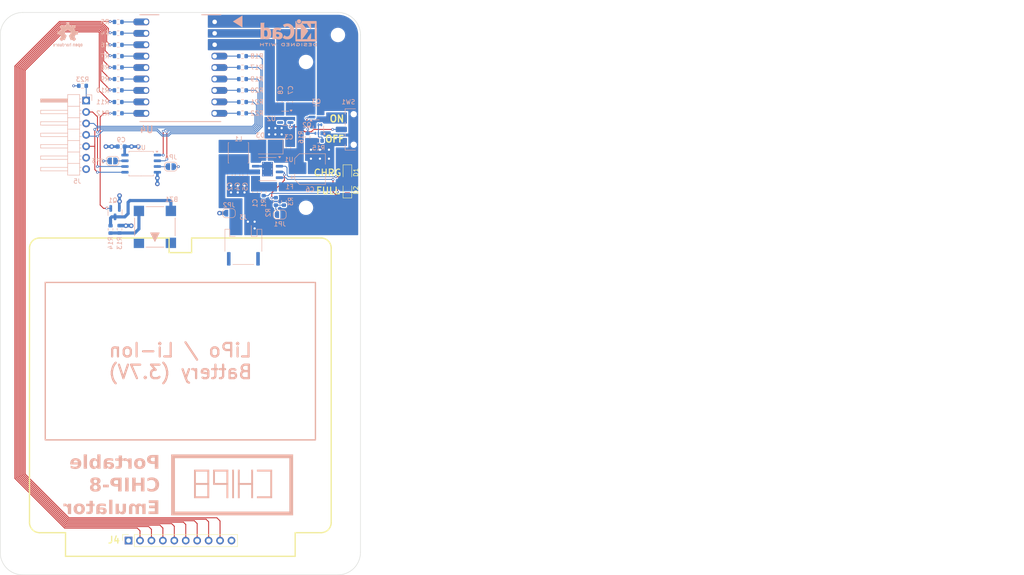
<source format=kicad_pcb>
(kicad_pcb (version 20240108) (generator "pcbnew") (generator_version "8.0")
  (title_block (title "CHIP-8 Portable") (date "2024-06-08") (rev "1"))
  (layers (0 "F.Cu" signal) (1 "In1.Cu" power) (2 "In2.Cu" power) (31 "B.Cu" signal) (34 "B.Paste" user) (35 "F.Paste" user) (36 "B.SilkS" user "B.Silkscreen") (37 "F.SilkS" user "F.Silkscreen") (38 "B.Mask" user) (39 "F.Mask" user) (44 "Edge.Cuts" user))
  (net 0 "")
  (net 1 "Net-(BZ1-+)")
  (net 4 "Net-(BZ1--)")
  (net 5 "Net-(U1-VCC)")
  (net 6 "GND")
  (net 7 "+BATT")
  (net 8 "+5V")
  (net 9 "+3.3V")
  (net 10 "Net-(D1-A)")
  (net 11 "Net-(D1-K)")
  (net 12 "Net-(D2-K)")
  (net 13 "Net-(D3-A)")
  (net 14 "VBUS")
  (net 17 "Net-(J4-R2)")
  (net 18 "Net-(J4-R3)")
  (net 20 "Net-(J4-C1)")
  (net 21 "Net-(J4-C3)")
  (net 22 "Net-(J4-R4)")
  (net 24 "Net-(J4-R1)")
  (net 25 "Net-(J4-C2)")
  (net 26 "Net-(J4-C4)")
  (net 27 "LCD_DC")
  (net 28 "/LCD_RST")
  (net 29 "SCLK")
  (net 30 "LCD_CS")
  (net 31 "MOSI")
  (net 32 "Net-(JP1-B)")
  (net 33 "Net-(JP3-B)")
  (net 34 "Net-(JP4-B)")
  (net 35 "Net-(Q1-B)")
  (net 36 "Net-(Q2A-B1)")
  (net 37 "Net-(Q2B-C2)")
  (net 38 "Net-(U1-PROG)")
  (net 39 "Net-(U4-GP20)")
  (net 40 "Net-(U4-GP21)")
  (net 41 "Net-(U4-GP19)")
  (net 42 "Net-(U4-GP18)")
  (net 43 "Net-(U4-GP10)")
  (net 44 "Net-(U4-GP9)")
  (net 45 "Net-(U4-GP8)")
  (net 46 "Net-(U4-GP7)")
  (net 47 "Net-(U4-GP6)")
  (net 48 "Net-(U4-GP1)")
  (net 49 "Net-(U4-GP0)")
  (net 50 "Net-(U4-GP2)")
  (net 51 "MISO")
  (net 52 "WS25_CS")
  (net 53 "Net-(U4-GP3)")
  (net 54 "Net-(U4-GP4)")
  (net 55 "Net-(U4-GP5)")
  (net 56 "Net-(SW1-B)")
  (footprint "MountingHole:MountingHole_2.7mm_M2.5" (layer "F.Cu") (at 45 50)
    (property "Reference" "H9" (hide yes))
    (property "Value" "~" (hide yes))
  )
  (footprint "MountingHole:MountingHole_2.2mm_M2" (layer "F.Cu") (at 49.3 157.9)
    (property "Reference" "H5" (hide yes))
    (property "Value" "~" (hide yes))
  )
  (footprint "MountingHole:MountingHole_2.7mm_M2.5" (layer "F.Cu") (at 115 165)
    (property "Reference" "H11" (hide yes))
    (property "Value" "~" (hide yes))
  )
  (footprint "MountingHole:MountingHole_2.2mm_M2" (layer "F.Cu") (at 110.7 97.9)
    (property "Reference" "H8" (hide yes))
    (property "Value" "~" (hide yes))
  )
  (footprint "MountingHole:MountingHole_2.2mm_M2" (layer "F.Cu") (at 110.6 157.9)
    (property "Reference" "H6" (hide yes))
    (property "Value" "~" (hide yes))
  )
  (footprint "MountingHole:MountingHole_2.7mm_M2.5" (layer "F.Cu") (at 52.1 56)
    (property "Reference" "H1" (hide yes))
    (property "Value" "~" (hide yes))
  )
  (footprint "chip8-pcb:AZDelivery_Keypad_4x4_Matrix_P2.54mm" (layer "F.Cu") (at 68.5 162.375 90)
    (property "Reference" "J4")
    (property "Value" "Matrix Keypad")
  )
  (footprint "LED_SMD:LED_0805_2012Metric" (layer "F.Cu") (at 117.1 80.5375 -90)
    (property "Reference" "D1")
    (property "Value" "RED")
  )
  (footprint "MountingHole:MountingHole_2.7mm_M2.5" (layer "F.Cu") (at 115 50)
    (property "Reference" "H10" (hide yes))
    (property "Value" "~" (hide yes))
  )
  (footprint "MountingHole:MountingHole_2.7mm_M2.5" (layer "F.Cu") (at 107.9 88.4)
    (property "Reference" "H4" (hide yes))
    (property "Value" "~" (hide yes))
  )
  (footprint "MountingHole:MountingHole_2.7mm_M2.5" (layer "F.Cu") (at 52.1 88.4)
    (property "Reference" "H2" (hide yes))
    (property "Value" "~" (hide yes))
  )
  (footprint "MountingHole:MountingHole_2.7mm_M2.5" (layer "F.Cu") (at 107.9 56)
    (property "Reference" "H3" (hide yes))
    (property "Value" "~" (hide yes))
  )
  (footprint "LED_SMD:LED_0805_2012Metric" (layer "F.Cu") (at 117.1 84.5375 90)
    (property "Reference" "D2")
    (property "Value" "GREEN")
  )
  (footprint "MountingHole:MountingHole_2.7mm_M2.5" (layer "F.Cu") (at 45 165)
    (property "Reference" "H12" (hide yes))
    (property "Value" "~" (hide yes))
  )
  (footprint "MountingHole:MountingHole_2.2mm_M2" (layer "F.Cu") (at 49.3 97.9)
    (property "Reference" "H7" (hide yes))
    (property "Value" "~" (hide yes))
  )
  (footprint "Resistor_SMD:R_0603_1608Metric" (layer "B.Cu") (at 66.2 47.1 180)
    (property "Reference" "R5")
    (property "Value" "22")
  )
  (footprint "Package_SO:SOIC-8_5.23x5.23mm_P1.27mm" (layer "B.Cu") (at 71.3 78.6 180)
    (property "Reference" "U3")
    (property "Value" "W25Q128JVS")
  )
  (footprint "Package_TO_SOT_SMD:SOT-23-5" (layer "B.Cu") (at 103.3 68.5 180)
    (property "Reference" "U2")
    (property "Value" "AP2112K-3.3")
  )
  (footprint "Capacitor_SMD:C_0603_1608Metric" (layer "B.Cu") (at 66.8625 74.8 180)
    (property "Reference" "C9")
    (property "Value" "100n")
  )
  (footprint "Jumper:SolderJumper-2_P1.3mm_Open_RoundedPad1.0x1.5mm" (layer "B.Cu") (at 102.1 89.925 180)
    (property "Reference" "JP1")
    (property "Value" "~" (hide yes))
  )
  (footprint "Resistor_SMD:R_0603_1608Metric" (layer "B.Cu") (at 93.8 57.2 180)
    (property "Reference" "R17")
    (property "Value" "22")
  )
  (footprint "Capacitor_SMD:C_0603_1608Metric" (layer "B.Cu") (at 102.1 64.9 90)
    (property "Reference" "C8")
    (property "Value" "1u")
  )
  (footprint "chip8-pcb:BOOMELE_PH-2P_1x2P_P2.00mm_Horizontal" (layer "B.Cu") (at 94 96.5 180)
    (property "Reference" "J3")
    (property "Value" "Battery")
  )
  (footprint "Resistor_SMD:R_0603_1608Metric" (layer "B.Cu") (at 66.2 52.2 180)
    (property "Reference" "R6")
    (property "Value" "22")
  )
  (footprint "Resistor_SMD:R_0603_1608Metric" (layer "B.Cu") (at 64.5 93.2125 90)
    (property "Reference" "R14")
    (property "Value" "1k")
  )
  (footprint "Capacitor_SMD:C_0603_1608Metric" (layer "B.Cu") (at 104.4 64.9 90)
    (property "Reference" "C7")
    (property "Value" "1u")
  )
  (footprint "Resistor_SMD:R_0603_1608Metric" (layer "B.Cu") (at 66.2 54.7 180)
    (property "Reference" "R7")
    (property "Value" "22")
  )
  (footprint "Capacitor_SMD:C_0603_1608Metric" (layer "B.Cu") (at 104 75 90)
    (property "Reference" "C3")
    (property "Value" "100n")
  )
  (footprint "Package_SO:HTSOP-8-1EP_3.9x4.9mm_P1.27mm_EP2.4x3.2mm_ThermalVias" (layer "B.Cu") (at 99.35 79.805 180)
    (property "Reference" "U1")
    (property "Value" "TP5400")
  )
  (footprint "Jumper:SolderJumper-2_P1.3mm_Open_RoundedPad1.0x1.5mm" (layer "B.Cu") (at 64.95 78)
    (property "Reference" "JP3")
    (property "Value" "~" (hide yes))
  )
  (footprint "Inductor_SMD:L_Sunlord_SWPA4030S" (layer "B.Cu") (at 92.9 76.2 -90)
    (property "Reference" "L1")
    (property "Value" "10u")
  )
  (footprint "Resistor_SMD:R_0603_1608Metric" (layer "B.Cu") (at 58.275 61.3 180)
    (property "Reference" "R23")
    (property "Value" "22")
  )
  (footprint "Resistor_SMD:R_0603_1608Metric" (layer "B.Cu") (at 66.2 67.4 180)
    (property "Reference" "R12")
    (property "Value" "470")
  )
  (footprint "Resistor_SMD:R_0603_1608Metric" (layer "B.Cu") (at 93.8 62.3 180)
    (property "Reference" "R20")
    (property "Value" "22")
  )
  (footprint "Capacitor_SMD:C_0603_1608Metric" (layer "B.Cu") (at 92.7 81.2 -90)
    (property "Reference" "C4")
    (property "Value" "22u")
  )
  (footprint "Resistor_SMD:R_0603_1608Metric" (layer "B.Cu") (at 66.2 49.6 180)
    (property "Reference" "R4")
    (property "Value" "22")
  )
  (footprint "Resistor_SMD:R_0603_1608Metric" (layer "B.Cu") (at 66.5 93.1875 -90)
    (property "Reference" "R13")
    (property "Value" "0")
  )
  (footprint "Resistor_SMD:R_0603_1608Metric" (layer "B.Cu") (at 93.8 54.7 180)
    (property "Reference" "R18")
    (property "Value" "22")
  )
  (footprint "Jumper:SolderJumper-2_P1.3mm_Open_RoundedPad1.0x1.5mm" (layer "B.Cu") (at 90.8 89.6 180)
    (property "Reference" "JP2")
    (property "Value" "~" (hide yes))
  )
  (footprint "Resistor_SMD:R_0603_1608Metric" (layer "B.Cu") (at 103 87 -90)
    (property "Reference" "R3")
    (property "Value" "1.2k")
  )
  (footprint "Symbol:OSHW-Logo2_7.3x6mm_SilkScreen" (layer "B.Cu") (at 55 50 180)
    (property "Reference" "REF**" (hide yes))
    (property "Value" "OSHW-Logo2_7.3x6mm_SilkScreen" (hide yes))
  )
  (footprint "Capacitor_SMD:C_0603_1608Metric" (layer "B.Cu") (at 91 81.2 -90)
    (property "Reference" "C2")
    (property "Value" "100n")
  )
  (footprint "Package_TO_SOT_SMD:SOT-363_SC-70-6" (layer "B.Cu") (at 110.6625 70.9 90)
    (property "Reference" "Q2")
    (property "Value" "BCM857BS")
  )
  (footprint "Connector_PinHeader_2.54mm:PinHeader_1x07_P2.54mm_Horizontal" (layer "B.Cu") (at 59.075 64.58 180)
    (property "Reference" "J5")
    (property "Value" "Display")
  )
  (footprint "Resistor_SMD:R_0603_1608Metric" (layer "B.Cu") (at 108.2625 72.7 -90)
    (property "Reference" "R16")
    (property "Value" "47k")
  )
  (footprint "Package_TO_SOT_SMD:SOT-23" (layer "B.Cu") (at 110.2 67.3)
    (property "Reference" "Q3")
    (property "Value" "CJ2301")
  )
  (footprint "Capacitor_SMD:C_0603_1608Metric" (layer "B.Cu") (at 94.4 81.2 -90)
    (property "Reference" "C5")
    (property "Value" "22u")
  )
  (footprint "Resistor_SMD:R_0603_1608Metric" (layer "B.Cu") (at 93.8 59.8 180)
    (property "Reference" "R19")
    (property "Value" "22")
  )
  (footprint "Package_TO_SOT_SMD:SOT-23" (layer "B.Cu") (at 65.5 89.4875 -90)
    (property "Reference" "Q1")
    (property "Value" "S8050")
  )
  (footprint "Jumper:SolderJumper-2_P1.3mm_Open_RoundedPad1.0x1.5mm" (layer "B.Cu") (at 77.885 79.265 180)
    (property "Reference" "JP4")
    (property "Value" "~" (hide yes))
  )
  (footprint "Capacitor_SMD:CP_Elec_6.3x5.4" (layer "B.Cu") (at 108.8 79.8)
    (property "Reference" "C6")
    (property "Value" "47u")
  )
  (footprint "Resistor_SMD:R_0603_1608Metric" (layer "B.Cu") (at 66.175 62.3 180)
    (property "Reference" "R10")
    (property "Value" "22")
  )
  (footprint "Fuse:Fuse_0603_1608Metric" (layer "B.Cu") (at 101.6 83.7)
    (property "Reference" "F1")
    (property "Value" "1A")
  )
  (footprint "Resistor_SMD:R_0603_1608Metric" (layer "B.Cu") (at 66.2 59.8 180)
    (property "Reference" "R9")
    (property "Value" "22")
  )
  (footprint "Resistor_SMD:R_0603_1608Metric" (layer "B.Cu") (at 110.6625 73.5 180)
    (property "Reference" "R15")
    (property "Value" "10k")
  )
  (footprint "Resistor_SMD:R_0603_1608Metric" (layer "B.Cu") (at 66.2 57.2 180)
    (property "Reference" "R8")
    (property "Value" "22")
  )
  (footprint "Capacitor_SMD:C_0603_1608Metric" (layer "B.Cu") (at 96.6 84.9 -90)
    (property "Reference" "C1")
    (property "Value" "10u")
  )
  (footprint "chip8-pcb:MLT-8540" (layer "B.Cu") (at 74.35 92.65 -90)
    (property "Reference" "BZ1")
    (property "Value" "MLT-8540")
  )
  (footprint "Resistor_SMD:R_0603_1608Metric" (layer "B.Cu") (at 98.5 84.9 -90)
    (property "Reference" "R1")
    (property "Value" "1k")
  )
  (footprint "Button_Switch_SMD:SW_SPDT_CK_JS102011SAQN" (layer "B.Cu") (at 118.5 71 -90)
    (property "Reference" "SW1")
    (property "Value" "SHDN")
  )
  (footprint "Resistor_SMD:R_0603_1608Metric" (layer "B.Cu") (at 66.175 64.9 180)
    (property "Reference" "R11")
    (property "Value" "22")
  )
  (footprint "chip8-pcb:WaveShare_ESP32-C3-ZERO" (layer "B.Cu") (at 80 57.25 180)
    (property "Reference" "U4")
    (property "Value" "ESP32-C3-ZERO")
  )
  (footprint "Resistor_SMD:R_0603_1608Metric" (layer "B.Cu") (at 101.2 87 90)
    (property "Reference" "R2")
    (property "Value" "1.2k")
  )
  (footprint "Symbol:KiCad-Logo2_5mm_SilkScreen" (layer "B.Cu") (at 104 49.5 180)
    (property "Reference" "REF**" (hide yes))
    (property "Value" "KiCad-Logo2_5mm_SilkScreen" (hide yes))
  )
  (footprint "LOGO" (layer "B.Cu") (at 91.5 150 180)
    (property "Reference" "G***" (hide yes))
    (property "Value" "LOGO" (hide yes))
  )
  (footprint "Resistor_SMD:R_0603_1608Metric" (layer "B.Cu") (at 93.8 64.9 180)
    (property "Reference" "R21")
    (property "Value" "22")
  )
  (footprint "Diode_SMD:D_SMA" (layer "B.Cu") (at 99.3 74.8 180)
    (property "Reference" "D3")
    (property "Value" "SS32")
  )
  (footprint "Resistor_SMD:R_0603_1608Metric" (layer "B.Cu") (at 93.8 67.4 180)
    (property "Reference" "R22")
    (property "Value" "22")
  )
  (gr_rect (start 50 105) (end 110 140) (stroke (width 0.3)) (fill none) (layer "B.SilkS"))
  (gr_arc (start 120 165) (mid 118.535534 168.535534) (end 115 170) (stroke (width 0.1)) (layer "Edge.Cuts"))
  (gr_arc (start 40 50) (mid 41.464466 46.464466) (end 45 45) (stroke (width 0.1)) (layer "Edge.Cuts"))
  (gr_arc (start 45 170) (mid 41.464466 168.535534) (end 40 165) (stroke (width 0.1)) (layer "Edge.Cuts"))
  (gr_line (start 45 170) (end 115 170) (stroke (width 0.1)) (layer "Edge.Cuts"))
  (gr_line (start 45 45) (end 115 45) (stroke (width 0.1)) (layer "Edge.Cuts"))
  (gr_line (start 120 50) (end 120 165) (stroke (width 0.1)) (layer "Edge.Cuts"))
  (gr_arc (start 115 45) (mid 118.535534 46.464466) (end 120 50) (stroke (width 0.1)) (layer "Edge.Cuts"))
  (gr_line (start 40 165) (end 40 50) (stroke (width 0.1)) (layer "Edge.Cuts"))
  (gr_text "LiPo / Li-Ion\nBattery (3.7V)" (at 80 122.5 0) (layer "B.SilkS") (effects (font (size 3 3) (thickness 0.5) (bold yes)) (justify mirror)))
  (gr_text "Portable\nCHIP-8\nEmulator" (at 75.5 157 0) (layer "B.SilkS") (effects (font (size 3 3) (thickness 0.6) (bold yes)) (justify left bottom mirror)))
  (gr_text "ON" (at 113 69.5 0) (layer "F.SilkS") (effects (font (size 1.5 1.5) (thickness 0.3) (bold yes)) (justify left bottom)))
  (gr_text "OFF" (at 112 74 0) (layer "F.SilkS") (effects (font (size 1.5 1.5) (thickness 0.3) (bold yes)) (justify left bottom)))
  (gr_text "FULL" (at 110 85.5 0) (layer "F.SilkS") (effects (font (size 1.5 1.5) (thickness 0.25) (bold yes)) (justify left bottom)))
  (gr_text "CHRG" (at 109.5 81.5 0) (layer "F.SilkS") (effects (font (size 1.5 1.5) (thickness 0.25) (bold yes)) (justify left bottom)))
  (segment (start 66.5 94.0125) (end 64.525 94.0125) (width 0.7) (layer "B.Cu") (net 1))
  (segment (start 69.8875 94.0125) (end 70.8 93.1) (width 0.7) (layer "B.Cu") (net 1))
  (segment (start 70.8 93.1) (end 70.8 89.1) (width 0.7) (layer "B.Cu") (net 1))
  (segment (start 66.5 94.0125) (end 69.8875 94.0125) (width 0.7) (layer "B.Cu") (net 1))
  (segment (start 77.9 87.1) (end 77.9 89.1) (width 0.7) (layer "B.Cu") (net 4))
  (segment (start 64.5 90.7) (end 64.5 92.3875) (width 0.7) (layer "B.Cu") (net 4))
  (segment (start 64.775 90.425) (end 64.5 90.7) (width 0.7) (layer "B.Cu") (net 4))
  (segment (start 65.5 90.425) (end 64.775 90.425) (width 0.7) (layer "B.Cu") (net 4))
  (segment (start 77.6 86.8) (end 77.9 87.1) (width 0.7) (layer "B.Cu") (net 4))
  (segment (start 65.5 90.425) (end 67.675 90.425) (width 0.7) (layer "B.Cu") (net 4))
  (segment (start 68.4 89.7) (end 68.4 87.2) (width 0.7) (layer "B.Cu") (net 4))
  (segment (start 67.675 90.425) (end 68.4 89.7) (width 0.7) (layer "B.Cu") (net 4))
  (segment (start 68.8 86.8) (end 77.6 86.8) (width 0.7) (layer "B.Cu") (net 4))
  (segment (start 68.4 87.2) (end 68.8 86.8) (width 0.7) (layer "B.Cu") (net 4))
  (via (at 102.5 72.1) (size 1) (drill 0.5) (layers "F.Cu" "B.Cu") (net 6))
  (via (at 113 77.5) (size 1) (drill 0.5) (layers "F.Cu" "B.Cu") (net 6))
  (via (at 63.4625 74.8) (size 1) (drill 0.5) (layers "F.Cu" "B.Cu") (net 6))
  (via (at 74.9 83.095) (size 1) (drill 0.5) (layers "F.Cu" "B.Cu") (net 6))
  (via (at 79.56 79.265) (size 0.6) (drill 0.3) (layers "F.Cu" "B.Cu") (net 6))
  (via (at 96.5 93) (size 1) (drill 0.5) (layers "F.Cu" "B.Cu") (net 6))
  (via (at 113 75.5) (size 1) (drill 0.5) (layers "F.Cu" "B.Cu") (net 6))
  (via (at 88.7 89.6) (size 1) (drill 0.5) (layers "F.Cu" "B.Cu") (net 6))
  (via (at 66.5 85.7) (size 1) (drill 0.5) (layers "F.Cu" "B.Cu") (net 6))
  (via (at 91.25 85) (size 1) (drill 0.5) (layers "F.Cu" "B.Cu") (net 6))
  (via (at 109 77.5) (size 1) (drill 0.5) (layers "F.Cu" "B.Cu") (net 6))
  (via (at 99.7 72.1) (size 1) (drill 0.5) (layers "F.Cu" "B.Cu") (net 6))
  (via (at 62.95 78) (size 0.6) (drill 0.3) (layers "F.Cu" "B.Cu") (net 6))
  (via (at 74.9 81.795) (size 1) (drill 0.5) (layers "F.Cu" "B.Cu") (net 6))
  (via (at 99.7 70.7) (size 1) (drill 0.5) (layers "F.Cu" "B.Cu") (net 6))
  (via (at 111 77.5) (size 1) (drill 0.5) (layers "F.Cu" "B.Cu") (net 6))
  (via (at 95 91.5) (size 1) (drill 0.5) (layers "F.Cu" "B.Cu") (net 6))
  (via (at 64.7625 74.8) (size 1) (drill 0.5) (layers "F.Cu" "B.Cu") (net 6))
  (via (at 92.75 83.5) (size 1) (drill 0.5) (layers "F.Cu" "B.Cu") (net 6))
  (via (at 102.5 70.7) (size 1) (drill 0.5) (layers "F.Cu" "B.Cu") (net 6))
  (via (at 101.1 72.1) (size 1) (drill 0.5) (layers "F.Cu" "B.Cu") (net 6))
  (via (at 111 75.5) (size 1) (drill 0.5) (layers "F.Cu" "B.Cu") (net 6))
  (via (at 92.75 85) (size 1) (drill 0.5) (layers "F.Cu" "B.Cu") (net 6))
  (via (at 109 75.5) (size 1) (drill 0.5) (layers "F.Cu" "B.Cu") (net 6))
  (via (at 94.25 85) (size 1) (drill 0.5) (layers "F.Cu" "B.Cu") (net 6))
  (via (at 101.1 70.7) (size 1) (drill 0.5) (layers "F.Cu" "B.Cu") (net 6))
  (via (at 94.25 83.5) (size 1) (drill 0.5) (layers "F.Cu" "B.Cu") (net 6))
  (via (at 66.5 87) (size 1) (drill 0.5) (layers "F.Cu" "B.Cu") (net 6))
  (via (at 91.25 83.5) (size 1) (drill 0.5) (layers "F.Cu" "B.Cu") (net 6))
  (via (at 96.5 91.5) (size 1) (drill 0.5) (layers "F.Cu" "B.Cu") (net 6))
  (segment (start 96.7 79.17) (end 98.715 79.17) (width 0.5) (layer "B.Cu") (net 6))
  (segment (start 64.3 78) (end 62.95 78) (width 0.2) (layer "B.Cu") (net 6))
  (segment (start 90.15 89.6) (end 88.7 89.6) (width 0.8) (layer "B.Cu") (net 6))
  (segment (start 66.5 87) (end 66.5 85.7) (width 0.6) (layer "B.Cu") (net 6))
  (segment (start 74.9 80.6) (end 74.9 81.795) (width 0.6) (layer "B.Cu") (net 6))
  (segment (start 66.45 87.05) (end 66.5 87) (width 0.6) (layer "B.Cu") (net 6))
  (segment (start 66.0875 74.8) (end 64.7625 74.8) (width 0.6) (layer "B.Cu") (net 6))
  (segment (start 64.7625 74.8) (end 63.4625 74.8) (width 0.6) (layer "B.Cu") (net 6))
  (segment (start 78.535 79.265) (end 79.56 79.265) (width 0.2) (layer "B.Cu") (net 6))
  (segment (start 66.45 88.55) (end 66.45 87.05) (width 0.6) (layer "B.Cu") (net 6))
  (segment (start 98.715 79.17) (end 99.35 79.805) (width 0.5) (layer "B.Cu") (net 6))
  (segment (start 74.9 81.795) (end 74.9 83.095) (width 0.6) (layer "B.Cu") (net 6))
  (via (at 69.1 92.4) (size 1) (drill 0.5) (layers "F.Cu" "B.Cu") (net 9))
  (via (at 67.9 92.4) (size 1) (drill 0.5) (layers "F.Cu" "B.Cu") (net 9))
  (via (at 70.6625 74.8) (size 1) (drill 0.5) (layers "F.Cu" "B.Cu") (net 9))
  (via (at 69.1625 74.8) (size 1) (drill 0.5) (layers "F.Cu" "B.Cu") (net 9))
  (via (at 56.3 61.3) (size 0.6) (drill 0.3) (layers "F.Cu" "B.Cu") (net 9))
  (segment (start 67.6375 76.6325) (end 67.7 76.695) (width 0.6) (layer "B.Cu") (net 9))
  (segment (start 68.8625 92.3625) (end 68.9 92.4) (width 0.8) (layer "B.Cu") (net 9))
  (segment (start 67.8375 92.3625) (end 68.8625 92.3625) (width 0.8) (layer "B.Cu") (net 9))
  (segment (start 57.45 61.3) (end 56.3 61.3) (width 0.2) (layer "B.Cu") (net 9))
  (segment (start 67.8 92.4) (end 67.8375 92.3625) (width 0.8) (layer "B.Cu") (net 9))
  (segment (start 67.6375 74.8) (end 69.1625 74.8) (width 0.6) (layer "B.Cu") (net 9))
  (segment (start 67.7625 92.3625) (end 67.8 92.4) (width 0.8) (layer "B.Cu") (net 9))
  (segment (start 69.1625 74.8) (end 70.6625 74.8) (width 0.6) (layer "B.Cu") (net 9))
  (segment (start 66.5 92.3625) (end 67.7625 92.3625) (width 0.8) (layer "B.Cu") (net 9))
  (segment (start 67.6375 74.8) (end 67.6375 76.6325) (width 0.6) (layer "B.Cu") (net 9))
  (segment (start 114.9 84) (end 115.3 83.6) (width 0.2) (layer "F.Cu") (net 10))
  (segment (start 114.9 84.875) (end 114.9 84) (width 0.2) (layer "F.Cu") (net 10))
  (segment (start 115.3 83.6) (end 117.1 83.6) (width 0.2) (layer "F.Cu") (net 10))
  (segment (start 117.1 83.6) (end 117.1 81.475) (width 0.2) (layer "F.Cu") (net 10))
  (via (at 114.9 84.875) (size 0.6) (drill 0.3) (layers "F.Cu" "B.Cu") (net 10))
  (segment (start 114.575 85.2) (end 100 85.2) (width 0.2) (layer "B.Cu") (net 10))
  (segment (start 100 85.2) (end 99.475 85.725) (width 0.2) (layer "B.Cu") (net 10))
  (segment (start 114.9 84.875) (end 114.575 85.2) (width 0.2) (layer "B.Cu") (net 10))
  (segment (start 99.475 85.725) (end 98.5 85.725) (width 0.2) (layer "B.Cu") (net 10))
  (segment (start 116 79.9) (end 116.3 79.6) (width 0.2) (layer "F.Cu") (net 11))
  (segment (start 116.3 79.6) (end 117.1 79.6) (width 0.2) (layer "F.Cu") (net 11))
  (segment (start 114.55 81.5) (end 115.5 81.5) (width 0.2) (layer "F.Cu") (net 11))
  (segment (start 115.5 81.5) (end 116 81) (width 0.2) (layer "F.Cu") (net 11))
  (segment (start 116 81) (end 116 79.9) (width 0.2) (layer "F.Cu") (net 11))
  (via (at 114.55 81.5) (size 0.6) (drill 0.3) (layers "F.Cu" "B.Cu") (net 11))
  (segment (start 103.702891 81.202891) (end 103.702891 79.502891) (width 0.2) (layer "B.Cu") (net 11))
  (segment (start 103.37 79.17) (end 102 79.17) (width 0.2) (layer "B.Cu") (net 11))
  (segment (start 114.55 81.5) (end 104 81.5) (width 0.2) (layer "B.Cu") (net 11))
  (segment (start 103.702891 79.502891) (end 103.37 79.17) (width 0.2) (layer "B.Cu") (net 11))
  (segment (start 104 81.5) (end 103.702891 81.202891) (width 0.2) (layer "B.Cu") (net 11))
  (segment (start 114.475 85.475) (end 117.1 85.475) (width 0.2) (layer "F.Cu") (net 12))
  (segment (start 113.9 82.1) (end 113.9 84.9) (width 0.2) (layer "F.Cu") (net 12))
  (segment (start 113.9 84.9) (end 114.475 85.475) (width 0.2) (layer "F.Cu") (net 12))
  (via (at 113.9 82.1) (size 0.6) (drill 0.3) (layers "F.Cu" "B.Cu") (net 12))
  (segment (start 103.41 81.71) (end 102 81.71) (width 0.2) (layer "B.Cu") (net 12))
  (segment (start 113.9 82.1) (end 103.8 82.1) (width 0.2) (layer "B.Cu") (net 12))
  (segment (start 103.8 82.1) (end 103.41 81.71) (width 0.2) (layer "B.Cu") (net 12))
  (segment (start 87.63 47.1) (end 87.62 47.09) (width 1) (layer "B.Cu") (net 14))
  (segment (start 64.024896 48.575104) (end 62.776792 47.327) (width 0.2) (layer "F.Cu") (net 17))
  (segment (start 73.58 159.88) (end 73.58 162.375) (width 0.2) (layer "F.Cu") (net 17))
  (segment (start 64.024896 49.124896) (end 64.024896 48.575104) (width 0.2) (layer "F.Cu") (net 17))
  (segment (start 72.973 159.273) (end 73.58 159.88) (width 0.2) (layer "F.Cu") (net 17))
  (segment (start 64.4 49.5) (end 64.3 49.5) (width 0.2) (layer "F.Cu") (net 17))
  (segment (start 64.4 49.5) (end 64.024896 49.124896) (width 0.2) (layer "F.Cu") (net 17))
  (segment (start 53.298312 47.327) (end 43.577 57.048312) (width 0.2) (layer "F.Cu") (net 17))
  (segment (start 62.776792 47.327) (end 53.298312 47.327) (width 0.2) (layer "F.Cu") (net 17))
  (segment (start 54.435448 159.273) (end 72.973 159.273) (width 0.2) (layer "F.Cu") (net 17))
  (segment (start 43.577 148.414552) (end 54.435448 159.273) (width 0.2) (layer "F.Cu") (net 17))
  (segment (start 43.577 57.048312) (end 43.577 148.414552) (width 0.2) (layer "F.Cu") (net 17))
  (via (at 64.4 49.5) (size 0.6) (drill 0.3) (layers "F.Cu" "B.Cu") (net 17))
  (segment (start 65.275 49.5) (end 65.375 49.6) (width 0.2) (layer "B.Cu") (net 17))
  (segment (start 64.4 49.5) (end 65.275 49.5) (width 0.2) (layer "B.Cu") (net 17))
  (segment (start 43.904 148.279104) (end 54.570896 158.946) (width 0.2) (layer "F.Cu") (net 18))
  (segment (start 76.12 159.6) (end 76.12 162.375) (width 0.2) (layer "F.Cu") (net 18))
  (segment (start 54.570896 158.946) (end 75.466 158.946) (width 0.2) (layer "F.Cu") (net 18))
  (segment (start 43.904 57.18376) (end 43.904 148.279104) (width 0.2) (layer "F.Cu") (net 18))
  (segment (start 63.635 48.647656) (end 62.641344 47.654) (width 0.2) (layer "F.Cu") (net 18))
  (segment (start 62.641344 47.654) (end 53.43376 47.654) (width 0.2) (layer "F.Cu") (net 18))
  (segment (start 63.635 51.435) (end 63.635 48.647656) (width 0.2) (layer "F.Cu") (net 18))
  (segment (start 64.4 52.2) (end 63.635 51.435) (width 0.2) (layer "F.Cu") (net 18))
  (segment (start 53.43376 47.654) (end 43.904 57.18376) (width 0.2) (layer "F.Cu") (net 18))
  (segment (start 75.466 158.946) (end 76.12 159.6) (width 0.2) (layer "F.Cu") (net 18))
  (via (at 64.4 52.2) (size 0.6) (drill 0.3) (layers "F.Cu" "B.Cu") (net 18))
  (segment (start 64.4 52.2) (end 65.375 52.2) (width 0.2) (layer "B.Cu") (net 18))
  (segment (start 44.558 148.008208) (end 54.841792 158.292) (width 0.2) (layer "F.Cu") (net 20))
  (segment (start 44.558 57.454656) (end 44.558 148.008208) (width 0.2) (layer "F.Cu") (net 20))
  (segment (start 62.981 55.781) (end 62.981 48.918552) (width 0.2) (layer "F.Cu") (net 20))
  (segment (start 81.2 158.8) (end 81.2 162.375) (width 0.2) (layer "F.Cu") (net 20))
  (segment (start 62.389448 48.327) (end 53.685656 48.327) (width 0.2) (layer "F.Cu") (net 20))
  (segment (start 53.685656 48.327) (end 44.558 57.454656) (width 0.2) (layer "F.Cu") (net 20))
  (segment (start 80.692 158.292) (end 81.2 158.8) (width 0.2) (layer "F.Cu") (net 20))
  (segment (start 54.841792 158.292) (end 80.692 158.292) (width 0.2) (layer "F.Cu") (net 20))
  (segment (start 62.981 48.918552) (end 62.389448 48.327) (width 0.2) (layer "F.Cu") (net 20))
  (segment (start 64.4 57.2) (end 62.981 55.781) (width 0.2) (layer "F.Cu") (net 20))
  (via (at 64.4 57.2) (size 0.6) (drill 0.3) (layers "F.Cu" "B.Cu") (net 20))
  (segment (start 64.4 57.2) (end 65.375 57.2) (width 0.2) (layer "B.Cu") (net 20))
  (segment (start 86.28 158.2) (end 86.28 162.375) (width 0.2) (layer "F.Cu") (net 21))
  (segment (start 64.4 62.2) (end 62.327 60.127) (width 0.2) (layer "F.Cu") (net 21))
  (segment (start 45.212 57.725552) (end 45.212 147.737312) (width 0.2) (layer "F.Cu") (net 21))
  (segment (start 62.064552 48.981) (end 53.956552 48.981) (width 0.2) (layer "F.Cu") (net 21))
  (segment (start 45.212 147.737312) (end 55.112688 157.638) (width 0.2) (layer "F.Cu") (net 21))
  (segment (start 55.112688 157.638) (end 85.718 157.638) (width 0.2) (layer "F.Cu") (net 21))
  (segment (start 62.327 49.243448) (end 62.064552 48.981) (width 0.2) (layer "F.Cu") (net 21))
  (segment (start 62.327 60.127) (end 62.327 49.243448) (width 0.2) (layer "F.Cu") (net 21))
  (segment (start 85.718 157.638) (end 86.28 158.2) (width 0.2) (layer "F.Cu") (net 21))
  (segment (start 53.956552 48.981) (end 45.212 57.725552) (width 0.2) (layer "F.Cu") (net 21))
  (via (at 64.4 62.2) (size 0.6) (drill 0.3) (layers "F.Cu" "B.Cu") (net 21))
  (segment (start 65.25 62.2) (end 65.35 62.3) (width 0.2) (layer "B.Cu") (net 21))
  (segment (start 64.4 62.2) (end 65.25 62.2) (width 0.2) (layer "B.Cu") (net 21))
  (segment (start 63.308 53.508) (end 63.308 48.783104) (width 0.2) (layer "F.Cu") (net 22))
  (segment (start 44.231 148.143656) (end 54.706344 158.619) (width 0.2) (layer "F.Cu") (net 22))
  (segment (start 44.231 57.319208) (end 44.231 148.143656) (width 0.2) (layer "F.Cu") (net 22))
  (segment (start 54.706344 158.619) (end 78.079 158.619) (width 0.2) (layer "F.Cu") (net 22))
  (segment (start 78.079 158.619) (end 78.66 159.2) (width 0.2) (layer "F.Cu") (net 22))
  (segment (start 64.4 54.6) (end 63.308 53.508) (width 0.2) (layer "F.Cu") (net 22))
  (segment (start 78.66 159.2) (end 78.66 162.375) (width 0.2) (layer "F.Cu") (net 22))
  (segment (start 63.308 48.783104) (end 62.524896 48) (width 0.2) (layer "F.Cu") (net 22))
  (segment (start 62.524896 48) (end 53.550208 48) (width 0.2) (layer "F.Cu") (net 22))
  (segment (start 53.550208 48) (end 44.231 57.319208) (width 0.2) (layer "F.Cu") (net 22))
  (via (at 64.4 54.6) (size 0.6) (drill 0.3) (layers "F.Cu" "B.Cu") (net 22))
  (segment (start 64.4 54.6) (end 65.275 54.6) (width 0.2) (layer "B.Cu") (net 22))
  (segment (start 65.275 54.6) (end 65.375 54.7) (width 0.2) (layer "B.Cu") (net 22))
  (segment (start 70.44 159.6) (end 71.04 160.2) (width 0.2) (layer "F.Cu") (net 24))
  (segment (start 71.04 160.2) (end 71.04 162.375) (width 0.2) (layer "F.Cu") (net 24))
  (segment (start 64.4 47) (end 53.162864 47) (width 0.2) (layer "F.Cu") (net 24))
  (segment (start 54.3 159.6) (end 70.44 159.6) (width 0.2) (layer "F.Cu") (net 24))
  (segment (start 43.25 148.55) (end 54.3 159.6) (width 0.2) (layer "F.Cu") (net 24))
  (segment (start 53.162864 47) (end 43.25 56.912864) (width 0.2) (layer "F.Cu") (net 24))
  (segment (start 43.25 56.912864) (end 43.25 148.55) (width 0.2) (layer "F.Cu") (net 24))
  (via (at 64.4 47) (size 0.6) (drill 0.3) (layers "F.Cu" "B.Cu") (net 24))
  (segment (start 64.4 47) (end 65.275 47) (width 0.2) (layer "B.Cu") (net 24))
  (segment (start 65.275 47) (end 65.375 47.1) (width 0.2) (layer "B.Cu") (net 24))
  (segment (start 44.885 147.87276) (end 54.97724 157.965) (width 0.2) (layer "F.Cu") (net 25))
  (segment (start 44.885 57.590104) (end 44.885 147.87276) (width 0.2) (layer "F.Cu") (net 25))
  (segment (start 53.821104 48.654) (end 44.885 57.590104) (width 0.2) (layer "F.Cu") (net 25))
  (segment (start 54.97724 157.965) (end 83.105 157.965) (width 0.2) (layer "F.Cu") (net 25))
  (segment (start 62.654 58.054) (end 62.654 49.054) (width 0.2) (layer "F.Cu") (net 25))
  (segment (start 83.105 157.965) (end 83.74 158.6) (width 0.2) (layer "F.Cu") (net 25))
  (segment (start 64.4 59.8) (end 62.654 58.054) (width 0.2) (layer "F.Cu") (net 25))
  (segment (start 83.74 158.6) (end 83.74 162.375) (width 0.2) (layer "F.Cu") (net 25))
  (segment (start 62.254 48.654) (end 53.821104 48.654) (width 0.2) (layer "F.Cu") (net 25))
  (segment (start 62.654 49.054) (end 62.254 48.654) (width 0.2) (layer "F.Cu") (net 25))
  (via (at 64.4 59.8) (size 0.6) (drill 0.3) (layers "F.Cu" "B.Cu") (net 25))
  (segment (start 64.4 59.8) (end 65.375 59.8) (width 0.2) (layer "B.Cu") (net 25))
  (segment (start 45.539 57.861) (end 45.539 147.601864) (width 0.2) (layer "F.Cu") (net 26))
  (segment (start 61.908 49.308) (end 54.092 49.308) (width 0.2) (layer "F.Cu") (net 26))
  (segment (start 45.539 147.601864) (end 55.248136 157.311) (width 0.2) (layer "F.Cu") (net 26))
  (segment (start 88.82 158.02) (end 88.82 162.375) (width 0.2) (layer "F.Cu") (net 26))
  (segment (start 62 62.4) (end 62 49.4) (width 0.2) (layer "F.Cu") (net 26))
  (segment (start 54.092 49.308) (end 45.539 57.861) (width 0.2) (layer "F.Cu") (net 26))
  (segment (start 62 49.4) (end 61.908 49.308) (width 0.2) (layer "F.Cu") (net 26))
  (segment (start 55.248136 157.311) (end 88.111 157.311) (width 0.2) (layer "F.Cu") (net 26))
  (segment (start 88.111 157.311) (end 88.82 158.02) (width 0.2) (layer "F.Cu") (net 26))
  (segment (start 64.4 64.8) (end 62 62.4) (width 0.2) (layer "F.Cu") (net 26))
  (via (at 64.4 64.8) (size 0.6) (drill 0.3) (layers "F.Cu" "B.Cu") (net 26))
  (segment (start 65.25 64.8) (end 65.35 64.9) (width 0.2) (layer "B.Cu") (net 26))
  (segment (start 64.4 64.8) (end 65.25 64.8) (width 0.2) (layer "B.Cu") (net 26))
  (segment (start 61.6 71.6) (end 61.6 68.2) (width 0.2) (layer "F.Cu") (net 27))
  (segment (start 61.6 68.2) (end 60.52 67.12) (width 0.2) (layer "F.Cu") (net 27))
  (segment (start 60.52 67.12) (end 59.075 67.12) (width 0.2) (layer "F.Cu") (net 27))
  (via (at 61.6 71.6) (size 0.6) (drill 0.3) (layers "F.Cu" "B.Cu") (net 27))
  (segment (start 94.625 57.2) (end 97.273 57.2) (width 0.2) (layer "B.Cu") (net 27))
  (segment (start 97.873 57.8) (end 97.873 70.276792) (width 0.2) (layer "B.Cu") (net 27))
  (segment (start 97.873 70.276792) (end 96.541792 71.608) (width 0.2) (layer "B.Cu") (net 27))
  (segment (start 97.273 57.2) (end 97.873 57.8) (width 0.2) (layer "B.Cu") (net 27))
  (segment (start 62.246 70.954) (end 61.6 71.6) (width 0.2) (layer "B.Cu") (net 27))
  (segment (start 76.105471 72.154) (end 74.905471 70.954) (width 0.2) (layer "B.Cu") (net 27))
  (segment (start 77.794529 71.608) (end 77.248529 72.154) (width 0.2) (layer "B.Cu") (net 27))
  (segment (start 96.541792 71.608) (end 77.794529 71.608) (width 0.2) (layer "B.Cu") (net 27))
  (segment (start 62.9 70.954) (end 62.246 70.954) (width 0.2) (layer "B.Cu") (net 27))
  (segment (start 76.751471 72.154) (end 76.105471 72.154) (width 0.2) (layer "B.Cu") (net 27))
  (segment (start 73.2 70.954) (end 62.9 70.954) (width 0.2) (layer "B.Cu") (net 27))
  (segment (start 77.248529 72.154) (end 76.751471 72.154) (width 0.2) (layer "B.Cu") (net 27))
  (segment (start 74.905471 70.954) (end 73.2 70.954) (width 0.2) (layer "B.Cu") (net 27))
  (segment (start 59.1 61.3) (end 59.1 64.555) (width 0.2) (layer "B.Cu") (net 28))
  (segment (start 59.1 64.555) (end 59.075 64.58) (width 0.2) (layer "B.Cu") (net 28))
  (segment (start 61.6 79.235) (end 61.6 72.5) (width 0.2) (layer "F.Cu") (net 29))
  (via (at 61.6 72.5) (size 0.6) (drill 0.3) (layers "F.Cu" "B.Cu") (net 29))
  (via (at 61.6 79.235) (size 0.6) (drill 0.3) (layers "F.Cu" "B.Cu") (net 29))
  (segment (start 98.2 70.41224) (end 96.67724 71.935) (width 0.2) (layer "B.Cu") (net 29))
  (segment (start 74.770023 71.281) (end 62.767529 71.281) (width 0.2) (layer "B.Cu") (net 29))
  (segment (start 75.970023 72.481) (end 74.770023 71.281) (width 0.2) (layer "B.Cu") (net 29))
  (segment (start 67.665 79.2) (end 67.7 79.235) (width 0.2) (layer "B.Cu") (net 29))
  (segment (start 61.6 79.235) (end 67.7 79.235) (width 0.2) (layer "B.Cu") (net 29))
  (segment (start 77.929977 71.935) (end 77.383977 72.481) (width 0.2) (layer "B.Cu") (net 29))
  (segment (start 59.375 72.5) (end 59.075 72.2) (width 0.2) (layer "B.Cu") (net 29))
  (segment (start 94.625 54.7) (end 97.5 54.7) (width 0.2) (layer "B.Cu") (net 29))
  (segment (start 97.5 54.7) (end 98.2 55.4) (width 0.2) (layer "B.Cu") (net 29))
  (segment (start 62.767529 71.281) (end 61.548529 72.5) (width 0.2) (layer "B.Cu") (net 29))
  (segment (start 61.548529 72.5) (end 59.375 72.5) (width 0.2) (layer "B.Cu") (net 29))
  (segment (start 77.383977 72.481) (end 75.970023 72.481) (width 0.2) (layer "B.Cu") (net 29))
  (segment (start 98.2 55.4) (end 98.2 70.41224) (width 0.2) (layer "B.Cu") (net 29))
  (segment (start 96.67724 71.935) (end 77.929977 71.935) (width 0.2) (layer "B.Cu") (net 29))
  (segment (start 59.135 69.6) (end 59.075 69.66) (width 0.2) (layer "F.Cu") (net 30))
  (segment (start 96.565 67.8) (end 96.565 69.735) (width 0.2) (layer "B.Cu") (net 30))
  (segment (start 94.625 67.4) (end 96.165 67.4) (width 0.2) (layer "B.Cu") (net 30))
  (segment (start 60.76 69.66) (end 59.075 69.66) (width 0.2) (layer "B.Cu") (net 30))
  (segment (start 96.565 69.735) (end 96 70.3) (width 0.2) (layer "B.Cu") (net 30))
  (segment (start 96.165 67.4) (end 96.565 67.8) (width 0.2) (layer "B.Cu") (net 30))
  (segment (start 96 70.3) (end 61.4 70.3) (width 0.2) (layer "B.Cu") (net 30))
  (segment (start 61.4 70.3) (end 60.76 69.66) (width 0.2) (layer "B.Cu") (net 30))
  (segment (start 61 71) (end 61 74.4) (width 0.2) (layer "F.Cu") (net 31))
  (segment (start 61 74.7) (end 61 75.1) (width 0.2) (layer "F.Cu") (net 31))
  (segment (start 61.6 80.505) (end 61 79.905) (width 0.2) (layer "F.Cu") (net 31))
  (segment (start 60.96 74.74) (end 61 74.7) (width 0.2) (layer "F.Cu") (net 31))
  (segment (start 59.075 74.74) (end 60.96 74.74) (width 0.2) (layer "F.Cu") (net 31))
  (segment (start 61 79.905) (end 61 75.1) (width 0.2) (layer "F.Cu") (net 31))
  (segment (start 61 74.4) (end 61 74.7) (width 0.2) (layer "F.Cu") (net 31))
  (via (at 61 71) (size 0.6) (drill 0.3) (layers "F.Cu" "B.Cu") (net 31))
  (via (at 61.6 80.505) (size 0.6) (drill 0.3) (layers "F.Cu" "B.Cu") (net 31))
  (segment (start 59.115 74.7) (end 59.075 74.74) (width 0.2) (layer "B.Cu") (net 31))
  (segment (start 61.373 70.627) (end 96.135448 70.627) (width 0.2) (layer "B.Cu") (net 31))
  (segment (start 61.6 80.505) (end 67.7 80.505) (width 0.2) (layer "B.Cu") (net 31))
  (segment (start 96.192 64.9) (end 94.625 64.9) (width 0.2) (layer "B.Cu") (net 31))
  (segment (start 96.892 69.870448) (end 96.892 65.6) (width 0.2) (layer "B.Cu") (net 31))
  (segment (start 67.695 80.5) (end 67.7 80.505) (width 0.2) (layer "B.Cu") (net 31))
  (segment (start 96.135448 70.627) (end 96.892 69.870448) (width 0.2) (layer "B.Cu") (net 31))
  (segment (start 61 71) (end 61.373 70.627) (width 0.2) (layer "B.Cu") (net 31))
  (segment (start 96.892 65.6) (end 96.192 64.9) (width 0.2) (layer "B.Cu") (net 31))
  (segment (start 103 87.825) (end 101.2 87.825) (width 0.2) (layer "B.Cu") (net 32))
  (segment (start 101.2 87.825) (end 101.2 88.7) (width 0.2) (layer "B.Cu") (net 32))
  (segment (start 101.2 88.7) (end 101.45 88.95) (width 0.2) (layer "B.Cu") (net 32))
  (segment (start 101.45 88.95) (end 101.45 89.925) (width 0.2) (layer "B.Cu") (net 32))
  (segment (start 67.665 78) (end 67.7 77.965) (width 0.2) (layer "B.Cu") (net 33))
  (segment (start 65.6 78) (end 67.665 78) (width 0.2) (layer "B.Cu") (net 33))
  (segment (start 74.935 79.2) (end 74.9 79.235) (width 0.5) (layer "B.Cu") (net 34))
  (segment (start 77.2 79.3) (end 77.235 79.265) (width 0.5) (layer "B.Cu") (net 34))
  (segment (start 77.235 79.265) (end 74.93 79.265) (width 0.2) (layer "B.Cu") (net 34))
  (segment (start 74.93 79.265) (end 74.9 79.235) (width 0.2) (layer "B.Cu") (net 34))
  (segment (start 62.2 87.8) (end 62.2 68.2) (width 0.2) (layer "F.Cu") (net 35))
  (segment (start 63.6 88.55) (end 62.95 88.55) (width 0.2) (layer "F.Cu") (net 35))
  (segment (start 62.95 88.55) (end 62.2 87.8) (width 0.2) (layer "F.Cu") (net 35))
  (segment (start 62.2 68.2) (end 63 67.4) (width 0.2) (layer "F.Cu") (net 35))
  (segment (start 63 67.4) (end 64.4 67.4) (width 0.2) (layer "F.Cu") (net 35))
  (via (at 63.6 88.55) (size 0.5) (drill 0.3) (layers "F.Cu" "B.Cu") (net 35))
  (via (at 64.4 67.4) (size 0.5) (drill 0.3) (layers "F.Cu" "B.Cu") (net 35))
  (segment (start 63.6 88.55) (end 64.55 88.55) (width 0.2) (layer "B.Cu") (net 35))
  (segment (start 65.375 67.4) (end 64.4 67.4) (width 0.2) (layer "B.Cu") (net 35))
  (segment (start 110.8 72.7) (end 110.6625 72.5625) (width 0.2) (layer "B.Cu") (net 36))
  (segment (start 111.4 72.7) (end 110.8 72.7) (width 0.2) (layer "B.Cu") (net 36))
  (segment (start 111.3125 69.95) (end 110.6625 69.95) (width 0.2) (layer "B.Cu") (net 36))
  (segment (start 110.6625 72.5625) (end 110.6625 71.85) (width 0.2) (layer "B.Cu") (net 36))
  (segment (start 111.4875 72.7875) (end 111.4 72.7) (width 0.2) (layer "B.Cu") (net 36))
  (segment (start 110.6625 71.85) (end 110.6625 69.95) (width 0.2) (layer "B.Cu") (net 36))
  (segment (start 111.4875 73.5) (end 111.4875 72.7875) (width 0.2) (layer "B.Cu") (net 36))
  (segment (start 108.3 70.9) (end 108.3 69.8) (width 0.2) (layer "F.Cu") (net 37))
  (segment (start 108.1 69.6) (end 108.1 68.5) (width 0.2) (layer "F.Cu") (net 37))
  (segment (start 108.3 69.8) (end 108.1 69.6) (width 0.2) (layer "F.Cu") (net 37))
  (via (at 108.3 70.9) (size 0.6) (drill 0.3) (layers "F.Cu" "B.Cu") (net 37))
  (via (at 108.1 68.5) (size 0.6) (drill 0.3) (layers "F.Cu" "B.Cu") (net 37))
  (segment (start 108.35 68.25) (end 108.1 68.5) (width 0.2) (layer "B.Cu") (net 37))
  (segment (start 109.2625 68.25) (end 108.35 68.25) (width 0.2) (layer "B.Cu") (net 37))
  (segment (start 110.0125 71.85) (end 108.2875 71.85) (width 0.2) (layer "B.Cu") (net 37))
  (segment (start 108.3 70.9) (end 108.3 71.8375) (width 0.2) (layer "B.Cu") (net 37))
  (segment (start 108.2875 71.85) (end 108.2625 71.875) (width 0.2) (layer "B.Cu") (net 37))
  (segment (start 108.3 71.8375) (end 108.2625 71.875) (width 0.2) (layer "B.Cu") (net 37))
  (segment (start 103.102891 81.089709) (end 103.102891 82.297109) (width 0.2) (layer "F.Cu") (net 38))
  (segment (start 103.102891 82.297109) (end 100.3 85.1) (width 0.2) (layer "F.Cu") (net 38))
  (segment (start 100.3 85.1) (end 100.3 86.2) (width 0.2) (layer "F.Cu") (net 38))
  (via (at 100.3 86.2) (size 0.6) (drill 0.3) (layers "F.Cu" "B.Cu") (net 38))
  (via (at 103.102891 81.089709) (size 0.6) (drill 0.3) (layers "F.Cu" "B.Cu") (net 38))
  (segment (start 103.102891 81.089709) (end 103.102891 80.602891) (width 0.2) (layer "B.Cu") (net 38))
  (segment (start 100.3 86.2) (end 100.325 86.175) (width 0.2) (layer "B.Cu") (net 38))
  (segment (start 102.94 80.44) (end 102 80.44) (width 0.2) (layer "B.Cu") (net 38))
  (segment (start 103.102891 80.602891) (end 102.94 80.44) (width 0.2) (layer "B.Cu") (net 38))
  (segment (start 100.325 86.175) (end 101.2 86.175) (width 0.2) (layer "B.Cu") (net 38))
  (segment (start 67.025 49.6) (end 72.35 49.6) (width 0.2) (layer "B.Cu") (net 39))
  (segment (start 72.35 49.6) (end 72.38 49.63) (width 0.2) (layer "B.Cu") (net 39))
  (segment (start 72.37 47.1) (end 72.38 47.09) (width 0.2) (layer "B.Cu") (net 40))
  (segment (start 67.025 47.1) (end 72.37 47.1) (width 0.2) (layer "B.Cu") (net 40))
  (segment (start 67.025 52.2) (end 72.35 52.2) (width 0.2) (layer "B.Cu") (net 41))
  (segment (start 72.35 52.2) (end 72.38 52.17) (width 0.2) (layer "B.Cu") (net 41))
  (segment (start 72.37 54.7) (end 72.38 54.71) (width 0.2) (layer "B.Cu") (net 42))
  (segment (start 67.025 54.7) (end 72.37 54.7) (width 0.2) (layer "B.Cu") (net 42))
  (segment (start 72.33 57.2) (end 72.38 57.25) (width 0.2) (layer "B.Cu") (net 43))
  (segment (start 67.025 57.2) (end 72.33 57.2) (width 0.2) (layer "B.Cu") (net 43))
  (segment (start 72.37 59.8) (end 72.38 59.79) (width 0.2) (layer "B.Cu") (net 44))
  (segment (start 67.025 59.8) (end 72.37 59.8) (width 0.2) (layer "B.Cu") (net 44))
  (segment (start 72.35 62.3) (end 67 62.3) (width 0.2) (layer "B.Cu") (net 45))
  (segment (start 72.38 62.33) (end 72.35 62.3) (width 0.2) (layer "B.Cu") (net 45))
  (segment (start 72.38 64.87) (end 72.35 64.9) (width 0.2) (layer "B.Cu") (net 46))
  (segment (start 72.35 64.9) (end 67 64.9) (width 0.2) (layer "B.Cu") (net 46))
  (segment (start 72.38 67.41) (end 72.37 67.4) (width 0.2) (layer "B.Cu") (net 47))
  (segment (start 72.37 67.4) (end 67.025 67.4) (width 0.2) (layer "B.Cu") (net 47))
  (segment (start 92.975 57.2) (end 87.67 57.2) (width 0.2) (layer "B.Cu") (net 48))
  (segment (start 87.67 57.2) (end 87.62 57.25) (width 0.2) (layer "B.Cu") (net 48))
  (segment (start 92.975 54.7) (end 87.63 54.7) (width 0.2) (layer "B.Cu") (net 49))
  (segment (start 87.63 54.7) (end 87.62 54.71) (width 0.2) (layer "B.Cu") (net 49))
  (segment (start 92.975 59.8) (end 87.63 59.8) (width 0.2) (layer "B.Cu") (net 50))
  (segment (start 87.63 59.8) (end 87.62 59.79) (width 0.2) (layer "B.Cu") (net 50))
  (segment (start 77 71.554) (end 77 77.6) (width 0.2) (layer "F.Cu") (net 51))
  (via (at 77 77.6) (size 0.6) (drill 0.3) (layers "F.Cu" "B.Cu") (net 51))
  (via (at 77 71.554) (size 0.6) (drill 0.3) (layers "F.Cu" "B.Cu") (net 51))
  (segment (start 94.625 59.8) (end 97.146 59.8) (width 0.2) (layer "B.Cu") (net 51))
  (segment (start 97.146 59.8) (end 97.546 60.2) (width 0.2) (layer "B.Cu") (net 51))
  (segment (start 97.546 70.141344) (end 96.406344 71.281) (width 0.2) (layer "B.Cu") (net 51))
  (segment (start 96.406344 71.281) (end 77.273 71.281) (width 0.2) (layer "B.Cu") (net 51))
  (segment (start 76.635 77.965) (end 74.9 77.965) (width 0.2) (layer "B.Cu") (net 51))
  (segment (start 77.273 71.281) (end 77 71.554) (width 0.2) (layer "B.Cu") (net 51))
  (segment (start 97.546 60.2) (end 97.546 70.141344) (width 0.2) (layer "B.Cu") (net 51))
  (segment (start 77 77.6) (end 76.635 77.965) (width 0.2) (layer "B.Cu") (net 51))
  (segment (start 76.2 76.7) (end 76.2 71.4) (width 0.2) (layer "F.Cu") (net 52))
  (via (at 76.2 76.7) (size 0.6) (drill 0.3) (layers "F.Cu" "B.Cu") (net 52))
  (via (at 76.2 71.4) (size 0.6) (drill 0.3) (layers "F.Cu" "B.Cu") (net 52))
  (segment (start 97.219 70.005896) (end 97.219 62.8) (width 0.2) (layer "B.Cu") (net 52))
  (segment (start 97.219 62.8) (end 96.719 62.3) (width 0.2) (layer "B.Cu") (net 52))
  (segment (start 76.2 76.7) (end 76.195 76.695) (width 0.2) (layer "B.Cu") (net 52))
  (segment (start 76.2 71.4) (end 76.646 70.954) (width 0.2) (layer "B.Cu") (net 52))
  (segment (start 76.646 70.954) (end 96.270896 70.954) (width 0.2) (layer "B.Cu") (net 52))
  (segment (start 96.719 62.3) (end 94.625 62.3) (width 0.2) (layer "B.Cu") (net 52))
  (segment (start 96.270896 70.954) (end 97.219 70.005896) (width 0.2) (layer "B.Cu") (net 52))
  (segment (start 76.195 76.695) (end 74.9 76.695) (width 0.2) (layer "B.Cu") (net 52))
  (segment (start 87.65 62.3) (end 87.62 62.33) (width 0.2) (layer "B.Cu") (net 53))
  (segment (start 92.975 62.3) (end 87.65 62.3) (width 0.2) (layer "B.Cu") (net 53))
  (segment (start 92.975 64.9) (end 87.65 64.9) (width 0.2) (layer "B.Cu") (net 54))
  (segment (start 87.65 64.9) (end 87.62 64.87) (width 0.2) (layer "B.Cu") (net 54))
  (segment (start 87.63 67.4) (end 87.62 67.41) (width 0.2) (layer "B.Cu") (net 55))
  (segment (start 92.975 67.4) (end 87.63 67.4) (width 0.2) (layer "B.Cu") (net 55))
  (segment (start 109.6 71) (end 109.1 71.5) (width 0.2) (layer "F.Cu") (net 56))
  (segment (start 107.6 71.5) (end 106.5 70.4) (width 0.2) (layer "F.Cu") (net 56))
  (segment (start 113.8 71) (end 109.6 71) (width 0.2) (layer "F.Cu") (net 56))
  (segment (start 109.1 71.5) (end 107.6 71.5) (width 0.2) (layer "F.Cu") (net 56))
  (segment (start 106.5 70.4) (end 104.4 70.4) (width 0.2) (layer "F.Cu") (net 56))
  (via (at 113.8 71) (size 0.6) (drill 0.3) (layers "F.Cu" "B.Cu") (net 56))
  (via (at 104.4 70.4) (size 0.6) (drill 0.3) (layers "F.Cu" "B.Cu") (net 56))
  (segment (start 104.4 69.4875) (end 104.4375 69.45) (width 0.2) (layer "B.Cu") (net 56))
  (segment (start 104.4 70.4) (end 104.4 69.4875) (width 0.2) (layer "B.Cu") (net 56))
  (segment (start 113.8 71) (end 115.75 71) (width 0.2) (layer "B.Cu") (net 56))
  (zone (net 6) (net_name "GND") (layer "B.Cu") (priority 12) (connect_pads yes (clearance 0.25)) (min_thickness 0.25) (fill yes (thermal_gap 0.2) (thermal_bridge_width 0.5))
    (polygon (pts (xy 103.3 74.9) (xy 103.3 73) (xy 98.7 73) (xy 98.7 68.2) (xy 105.5 68.2) (xy 105.5 74.9)))
  )
  (zone (net 6) (net_name "GND") (layer "B.Cu") (priority 9) (connect_pads yes (clearance 0.25)) (min_thickness 0.25) (fill yes (thermal_gap 0.2) (thermal_bridge_width 0.5))
    (polygon (pts (xy 90.3 81.3) (xy 95.4 81.3) (xy 95.4 85.1) (xy 119.5 85.1) (xy 119.5 94.5) (xy 94.2 94.5) (xy 94.2 86) (xy 90.3 86)))
  )
  (zone (net 8) (net_name "+5V") (layer "B.Cu") (priority 3) (connect_pads yes (clearance 0.25)) (min_thickness 0.25) (fill yes (thermal_gap 0.2) (thermal_bridge_width 0.5))
    (polygon (pts (xy 104 78.4) (xy 104 80.9) (xy 108 80.9) (xy 108 78.3) (xy 107.4 78.3) (xy 107.4 70.8) (xy 110.2 70.8) (xy 110.2 69.7) (xy 113.8 69.7) (xy 117 69.7) (xy 117 67.2) (xy 112.4 67.2) (xy 112.4 68.1) (xy 110 68.1) (xy 110 65) (xy 103.4 65) (xy 103.4 67.9) (xy 105.8 67.9) (xy 105.8 70.3) (xy 105.8 75.2) (xy 103 75.2) (xy 103 73.3) (xy 99.4 73.3) (xy 99.4 78.4)))
  )
  (zone (net 13) (net_name "Net-(D3-A)") (layer "B.Cu") (priority 5) (connect_pads yes (clearance 0.25)) (min_thickness 0.25) (fill yes (thermal_gap 0.2) (thermal_bridge_width 0.5))
    (polygon (pts (xy 99.1 73.3) (xy 99.1 78.4) (xy 95.6 78.4) (xy 95.6 76.2) (xy 88.5 76.2) (xy 88.5 73.3)))
  )
  (zone (net 9) (net_name "+3.3V") (layer "B.Cu") (priority 6) (connect_pads yes (clearance 0.25)) (min_thickness 0.25) (fill yes (thermal_gap 0.2) (thermal_bridge_width 0.5))
    (polygon (pts (xy 101 65) (xy 103.1 65) (xy 103.1 67.9) (xy 98.7 67.9) (xy 98.7 53.4) (xy 86.1 53.4) (xy 86.1 50.9) (xy 101 50.9)))
  )
  (zone (net 6) (net_name "GND") (layer "B.Cu") (priority 8) (connect_pads yes (clearance 0.25)) (min_thickness 0.25) (fill yes (thermal_gap 0.2) (thermal_bridge_width 0.5))
    (polygon (pts (xy 101.3 64.7) (xy 101.3 50.6) (xy 86.1 50.6) (xy 86.1 48.7) (xy 110 48.7) (xy 110 64.7)))
  )
  (zone (net 14) (net_name "VBUS") (layer "B.Cu") (priority 1) (connect_pads yes (clearance 0.25)) (min_thickness 0.25) (fill yes (thermal_gap 0.2) (thermal_bridge_width 0.5))
    (polygon (pts (xy 86.1 45.5) (xy 119.5 45.5) (xy 119.5 84.75) (xy 101.85 84.75) (xy 101.85 82.75) (xy 114.5 82.75) (xy 114.5 75) (xy 117.3 75) (xy 117.3 72.6) (xy 111.8 72.6) (xy 111.8 72.3) (xy 111 72.3) (xy 111 71.4) (xy 113.4 71.4) (xy 113.4 71.9) (xy 117.3 71.9) (xy 117.3 66.9) (xy 112 66.9) (xy 112 67.9) (xy 110.3 67.9) (xy 110.3 48.4) (xy 86.1 48.4)))
  )
  (zone (net 5) (net_name "Net-(U1-VCC)") (layer "B.Cu") (priority 2) (connect_pads yes (clearance 0.25)) (min_thickness 0.25) (fill yes (thermal_gap 0.2) (thermal_bridge_width 0.5))
    (polygon (pts (xy 101.5 82.7) (xy 101.5 84.8) (xy 95.7 84.8) (xy 95.7 81.3) (xy 97.7 81.3) (xy 97.7 82.7)))
  )
  (zone (net 7) (net_name "+BATT") (layer "B.Cu") (priority 4) (connect_pads yes (clearance 0.25)) (min_thickness 0.25) (fill yes (thermal_gap 0.2) (thermal_bridge_width 0.5))
    (polygon (pts (xy 97.7 81) (xy 97.7 79.9) (xy 95.3 79.9) (xy 95.3 76.5) (xy 88.5 76.5) (xy 88.5 88.5) (xy 90.9 88.5) (xy 90.9 94.5) (xy 93.8 94.5) (xy 93.8 86.3) (xy 90 86.3) (xy 90 81)))
  )
  (zone (net 6) (net_name "GND") (layer "B.Cu") (priority 7) (connect_pads yes (clearance 0.25)) (min_thickness 0.25) (fill yes (thermal_gap 0.2) (thermal_bridge_width 0.5))
    (polygon (pts (xy 117 72.9) (xy 117 74.7) (xy 114.2 74.7) (xy 114.2 80.9) (xy 108.3 80.9) (xy 108.3 78) (xy 107.7 78) (xy 107.7 72.9)))
  )
)
</source>
